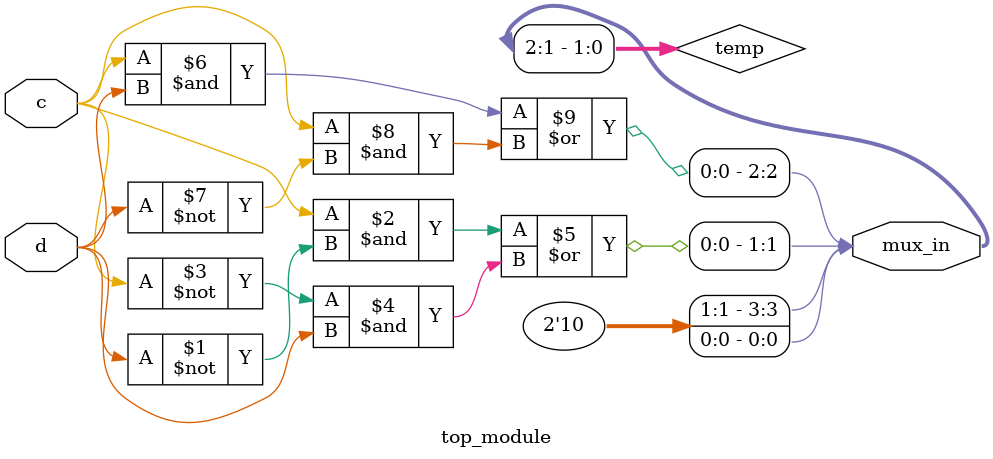
<source format=sv>
module top_module (
    input c,
    input d,
    output [3:0] mux_in
);

    wire [1:0] temp;

    // Implement the Karnaugh map using 2-to-1 multiplexers
    assign temp[0] = (c & ~d) | (~c & d);
    assign temp[1] = (c & d) | (c & ~d);

    // Connect the 2-to-1 mux outputs to the 4-to-1 mux inputs
    assign mux_in[0] = 1'b0;
    assign mux_in[1] = temp[0];
    assign mux_in[2] = temp[1];
    assign mux_in[3] = 1'b1;

endmodule

</source>
